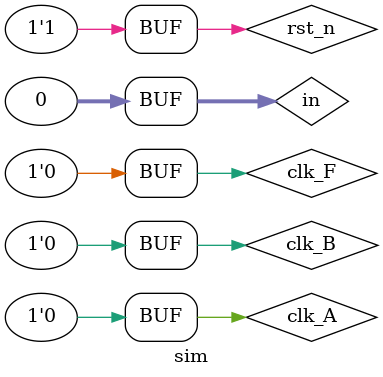
<source format=v>
`timescale 1ns / 1ps

module sim();

reg clk_A;
reg clk_B;
reg clk_F;
reg [31:0]in;
reg rst_n;

wire [31:0]F;
wire [3:0]flags;

top Top(clk_A,clk_B,clk_F,in,rst_n,flags,F);

initial begin
    clk_A = 0;
    clk_B = 0;
    clk_F = 0;
    in = 32'b0;
    rst_n = 1;
    //1
    #5
    rst_n = 0;
    #5
    rst_n = 1;
    #5
    in = 1;
    #5
    clk_A = 1;
    #5
    clk_A = 0;
    #5
    in = 2;
    #5
    clk_B = 1;
    #5
    clk_B = 0;
    #5
    in = 0;
    #5
    clk_F = 1;
    #5
    clk_F = 0;   
    //2
    #5
    rst_n = 0;
    #5
    rst_n = 1;
    #5
    in = 2;
    #5
    clk_A = 1;
    #5
    clk_A = 0;
    #5
    in = 2;
    #5
    clk_B = 1;
    #5
    clk_B = 0;
    #5
    in = 1;
    #5
    clk_F = 1;
    #5
    clk_F = 0;  
    //3
    #5
    rst_n = 0;
    #5
    rst_n = 1;
    #5
    in = 4;
    #5
    clk_A = 1;
    #5
    clk_A = 0;
    #5
    in = 3;
    #5
    clk_B = 1;
    #5
    clk_B = 0;
    #5
    in = 2;
    #5
    clk_F = 1;
    #5
    clk_F = 0;  
    //4
    #5
    rst_n = 0;
    #5
    rst_n = 1;
    #5
    in = 2;
    #5
    clk_A = 1;
    #5
    clk_A = 0;
    #5
    in = 3;
    #5
    clk_B = 1;
    #5
    clk_B = 0;
    #5
    in = 3;
    #5
    clk_F = 1;
    #5
    clk_F = 0;  
    //5
    #5
    rst_n = 0;
    #5
    rst_n = 1;
    #5
    in = 5;
    #5
    clk_A = 1;
    #5
    clk_A = 0;
    #5
    in = 9;
    #5
    clk_B = 1;
    #5
    clk_B = 0;
    #5
    in = 4;
    #5
    clk_F = 1;
    #5
    clk_F = 0;  
    //6
    #5
    rst_n = 0;
    #5
    rst_n = 1;
    #5
    in = 32'hffff_ffff;
    #5
    clk_A = 1;
    #5
    clk_A = 0;
    #5
    in = 32'h0000_0001;
    #5
    clk_B = 1;
    #5
    clk_B = 0;
    #5
    in = 2;
    #5
    clk_F = 1;
    #5
    clk_F = 0;  
    
    //7
    #5
    rst_n = 0;
    #5
    rst_n = 1;
    #5
    in = 32'hffff_ffff;
    #5
    clk_A = 1;
    #5
    clk_A = 0;
    #5
    in = 32'h0000_0001;
    #5
    clk_B = 1;
    #5
    clk_B = 0;
    #5
    in = 3;
    #5
    clk_F = 1;
    #5
    clk_F = 0;  
    
    // 8
    #5
    rst_n = 0;
    #5
    rst_n = 1;
    #5
    in = 32'hffff_ffff;
    #5
    clk_A = 1;
    #5
    clk_A = 0;
    #5
    in = 32'h0000_0001;
    #5
    clk_B = 1;
    #5
    clk_B = 0;
    #5
    in = 0;
    #5
    clk_F = 1;
    #5
    clk_F = 0;       
end
endmodule

</source>
